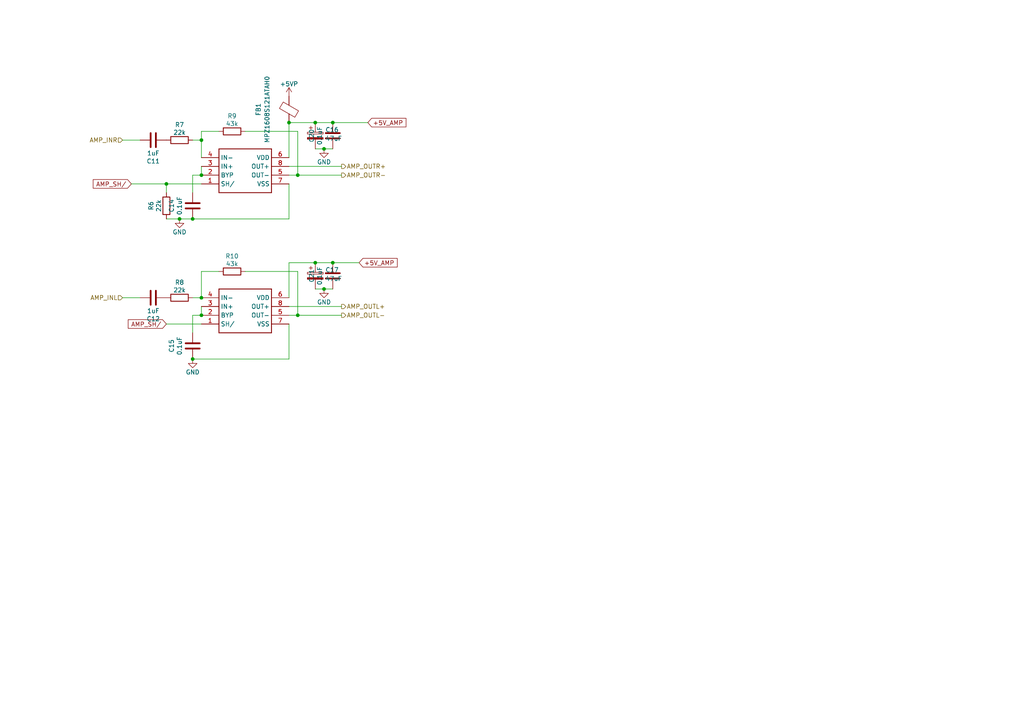
<source format=kicad_sch>
(kicad_sch (version 20211123) (generator eeschema)
  (paper "A4")
  (lib_symbols
    (symbol "Device:C" (pin_numbers hide) (pin_names (offset 0.254))
      (property "Reference" "C" (at 0.635 2.54 0))
      (property "Value" "C" (at 0.635 -2.54 0))
      (symbol "C_0_1"
        (polyline (pts (xy -2.032 -0.762) (xy 2.032 -0.762)) (stroke (width 0.508)))
        (polyline (pts (xy -2.032 0.762) (xy 2.032 0.762)) (stroke (width 0.508)))
      )
      (symbol "C_1_1"
        (pin passive line (at 0 3.81 270) (length 2.794) (name "~") (number "1"))
        (pin passive line (at 0 -3.81 90) (length 2.794) (name "~") (number "2"))
      )
    )
    (symbol "Device:C_Polarized" (pin_numbers hide) (pin_names (offset 0.254))
      (property "Reference" "C" (at 0.635 2.54 0))
      (property "Value" "C_Polarized" (at 0.635 -2.54 0))
      (symbol "C_Polarized_0_1"
        (rectangle (start -2.286 0.508) (end 2.286 1.016))
        (polyline (pts (xy -1.778 2.286) (xy -0.762 2.286)))
        (polyline (pts (xy -1.27 2.794) (xy -1.27 1.778)))
        (rectangle (start 2.286 -0.508) (end -2.286 -1.016) (fill (type outline)))
      )
      (symbol "C_Polarized_1_1"
        (pin passive line (at 0 3.81 270) (length 2.794) (name "~") (number "1"))
        (pin passive line (at 0 -3.81 90) (length 2.794) (name "~") (number "2"))
      )
    )
    (symbol "Device:FerriteBead" (pin_numbers hide) (pin_names (offset 0))
      (property "Reference" "FB" (at -3.81 0.635 90))
      (property "Value" "FerriteBead" (at 3.81 0 90))
      (symbol "FerriteBead_0_1"
        (polyline (pts (xy 0 -1.27) (xy 0 -1.2192)))
        (polyline (pts (xy 0 1.27) (xy 0 1.2954)))
        (polyline (pts (xy -2.7686 0.4064) (xy -1.7018 2.2606) (xy 2.7686 -0.3048) (xy 1.6764 -2.159) (xy -2.7686 0.4064)))
      )
      (symbol "FerriteBead_1_1"
        (pin passive line (at 0 3.81 270) (length 2.54) (name "~") (number "1"))
        (pin passive line (at 0 -3.81 90) (length 2.54) (name "~") (number "2"))
      )
    )
    (symbol "Device:R" (pin_numbers hide) (pin_names (offset 0))
      (property "Reference" "R" (at 2.032 0 90))
      (property "Value" "R" (at 0 0 90))
      (symbol "R_0_1"
        (rectangle (start -1.016 -2.54) (end 1.016 2.54) (stroke (width 0.254)))
      )
      (symbol "R_1_1"
        (pin passive line (at 0 3.81 270) (length 1.27) (name "~") (number "1"))
        (pin passive line (at 0 -3.81 90) (length 1.27) (name "~") (number "2"))
      )
    )
    (symbol "bela_cape-eagle-import:LM4876"
      (symbol "LM4876_1_0"
        (polyline (pts (xy -12.7 -7.62) (xy 2.54 -7.62)) (stroke (width 0.254)))
        (polyline (pts (xy -12.7 5.08) (xy -12.7 -7.62)) (stroke (width 0.254)))
        (polyline (pts (xy 2.54 -7.62) (xy 2.54 5.08)) (stroke (width 0.254)))
        (polyline (pts (xy 2.54 5.08) (xy -12.7 5.08)) (stroke (width 0.254)))
        (pin bidirectional line (at -17.78 -5.08 0) (length 5.08) (name "SH/") (number "1"))
        (pin bidirectional line (at -17.78 -2.54 0) (length 5.08) (name "BYP") (number "2"))
        (pin bidirectional line (at -17.78 0 0) (length 5.08) (name "IN+") (number "3"))
        (pin bidirectional line (at -17.78 2.54 0) (length 5.08) (name "IN-") (number "4"))
        (pin bidirectional line (at 7.62 -2.54 180) (length 5.08) (name "OUT-") (number "5"))
        (pin bidirectional line (at 7.62 2.54 180) (length 5.08) (name "VDD") (number "6"))
        (pin bidirectional line (at 7.62 -5.08 180) (length 5.08) (name "VSS") (number "7"))
        (pin bidirectional line (at 7.62 0 180) (length 5.08) (name "OUT+") (number "8"))
      )
    )
    (symbol "power:+5VP" (power) (pin_names (offset 0))
      (property "Value" "+5VP" (at 0 3.556 0))
      (symbol "+5VP_0_1"
        (polyline (pts (xy -0.762 1.27) (xy 0 2.54)))
        (polyline (pts (xy 0 0) (xy 0 2.54)))
        (polyline (pts (xy 0 2.54) (xy 0.762 1.27)))
      )
      (symbol "+5VP_1_1"
        (pin power_in line (at 0 0 90) (length 0) hide (name "+5VP") (number "1"))
      )
    )
    (symbol "power:GND" (power) (pin_names (offset 0))
      (property "Value" "GND" (at 0 -3.81 0))
      (symbol "GND_0_1"
        (polyline (pts (xy 0 0) (xy 0 -1.27) (xy 1.27 -1.27) (xy 0 -2.54) (xy -1.27 -1.27) (xy 0 -1.27)))
      )
      (symbol "GND_1_1"
        (pin power_in line (at 0 0 270) (length 0) hide (name "GND") (number "1"))
      )
    )
  )
  (junction (at 58.42 50.8))
  (junction (at 55.88 63.5))
  (junction (at 58.42 86.36))
  (junction (at 86.36 91.44))
  (junction (at 96.52 35.56))
  (junction (at 96.52 76.2))
  (junction (at 91.44 76.2))
  (junction (at 58.42 40.64))
  (junction (at 91.44 35.56))
  (junction (at 55.88 104.14))
  (junction (at 52.07 63.5))
  (junction (at 83.82 35.56))
  (junction (at 48.26 53.34))
  (junction (at 86.36 50.8))
  (junction (at 93.98 83.82))
  (junction (at 58.42 91.44))
  (junction (at 93.98 43.18))
  (wire (pts (xy 55.88 63.5) (xy 83.82 63.5)))
  (wire (pts (xy 58.42 40.64) (xy 58.42 38.1)))
  (wire (pts (xy 58.42 50.8) (xy 55.88 50.8)))
  (wire (pts (xy 58.42 48.26) (xy 58.42 50.8)))
  (wire (pts (xy 83.82 35.56) (xy 91.44 35.56)))
  (wire (pts (xy 58.42 78.74) (xy 63.5 78.74)))
  (wire (pts (xy 48.26 53.34) (xy 48.26 55.88)))
  (wire (pts (xy 83.82 104.14) (xy 83.82 93.98)))
  (wire (pts (xy 86.36 91.44) (xy 83.82 91.44)))
  (wire (pts (xy 91.44 43.18) (xy 93.98 43.18)))
  (wire (pts (xy 96.52 76.2) (xy 104.14 76.2)))
  (wire (pts (xy 83.82 45.72) (xy 83.82 35.56)))
  (wire (pts (xy 52.07 63.5) (xy 48.26 63.5)))
  (wire (pts (xy 48.26 53.34) (xy 58.42 53.34)))
  (wire (pts (xy 91.44 35.56) (xy 96.52 35.56)))
  (wire (pts (xy 93.98 43.18) (xy 96.52 43.18)))
  (wire (pts (xy 83.82 88.9) (xy 99.06 88.9)))
  (wire (pts (xy 58.42 88.9) (xy 58.42 91.44)))
  (wire (pts (xy 86.36 50.8) (xy 83.82 50.8)))
  (wire (pts (xy 96.52 35.56) (xy 106.68 35.56)))
  (wire (pts (xy 83.82 86.36) (xy 83.82 76.2)))
  (wire (pts (xy 86.36 50.8) (xy 99.06 50.8)))
  (wire (pts (xy 35.56 40.64) (xy 40.64 40.64)))
  (wire (pts (xy 58.42 91.44) (xy 55.88 91.44)))
  (wire (pts (xy 55.88 104.14) (xy 83.82 104.14)))
  (wire (pts (xy 58.42 38.1) (xy 63.5 38.1)))
  (wire (pts (xy 55.88 86.36) (xy 58.42 86.36)))
  (wire (pts (xy 83.82 63.5) (xy 83.82 53.34)))
  (wire (pts (xy 58.42 93.98) (xy 48.26 93.98)))
  (wire (pts (xy 71.12 38.1) (xy 86.36 38.1)))
  (wire (pts (xy 38.1 53.34) (xy 48.26 53.34)))
  (wire (pts (xy 55.88 91.44) (xy 55.88 96.52)))
  (wire (pts (xy 83.82 76.2) (xy 91.44 76.2)))
  (wire (pts (xy 86.36 91.44) (xy 99.06 91.44)))
  (wire (pts (xy 55.88 40.64) (xy 58.42 40.64)))
  (wire (pts (xy 86.36 38.1) (xy 86.36 50.8)))
  (wire (pts (xy 58.42 40.64) (xy 58.42 45.72)))
  (wire (pts (xy 86.36 78.74) (xy 86.36 91.44)))
  (wire (pts (xy 71.12 78.74) (xy 86.36 78.74)))
  (wire (pts (xy 83.82 48.26) (xy 99.06 48.26)))
  (wire (pts (xy 52.07 63.5) (xy 55.88 63.5)))
  (wire (pts (xy 55.88 50.8) (xy 55.88 55.88)))
  (wire (pts (xy 93.98 83.82) (xy 96.52 83.82)))
  (wire (pts (xy 91.44 83.82) (xy 93.98 83.82)))
  (wire (pts (xy 58.42 78.74) (xy 58.42 86.36)))
  (wire (pts (xy 91.44 76.2) (xy 96.52 76.2)))
  (wire (pts (xy 35.56 86.36) (xy 40.64 86.36)))
  (global_label "+5V_AMP" (shape input) (at 104.14 76.2 0) (property "Intersheet References" "${INTERSHEET_REFS}" (effects hide)))
  (global_label "AMP_SH{slash}" (shape input) (at 38.1 53.34 180) (property "Intersheet References" "${INTERSHEET_REFS}" (effects hide)))
  (global_label "+5V_AMP" (shape input) (at 106.68 35.56 0) (property "Intersheet References" "${INTERSHEET_REFS}" (effects hide)))
  (global_label "AMP_SH{slash}" (shape input) (at 48.26 93.98 180) (property "Intersheet References" "${INTERSHEET_REFS}" (effects hide)))
  (hierarchical_label "AMP_OUTL-" (shape output) (at 99.06 91.44 0))
  (hierarchical_label "AMP_INL" (shape input) (at 35.56 86.36 180))
  (hierarchical_label "AMP_OUTL+" (shape output) (at 99.06 88.9 0))
  (hierarchical_label "AMP_OUTR+" (shape output) (at 99.06 48.26 0))
  (hierarchical_label "AMP_OUTR-" (shape output) (at 99.06 50.8 0))
  (hierarchical_label "AMP_INR" (shape input) (at 35.56 40.64 180))
  (symbol (lib_id "Device:R") (at 67.31 78.74 270) (unit 1)
    (property "Reference" "R10" (at 67.31 74.295 90))
    (property "Value" "43k" (at 67.31 76.5326 90))
    (property "Footprint" "Resistor_SMD:R_0603_1608Metric" (effects hide))
  )
  (symbol (lib_id "bela_cape-eagle-import:LM4876") (at 76.2 88.9 0) (unit 1)
    (property "Reference" "IC5" (effects hide))
    (property "Value" "LM4876" (effects hide))
    (property "Footprint" "bela_cape:SO8" (effects hide))
  )
  (symbol (lib_id "power:GND") (at 55.88 104.14 0) (unit 1)
    (property "Reference" "#PWR027" (effects hide))
    (property "Value" "GND" (at 55.88 107.95 0))
  )
  (symbol (lib_id "power:+5VP") (at 83.82 27.94 0) (unit 1)
    (property "Reference" "#PWR0157" (effects hide))
    (property "Value" "+5VP" (at 83.82 24.3642 0))
  )
  (symbol (lib_id "Device:R") (at 52.07 40.64 270) (unit 1)
    (property "Reference" "R7" (at 52.07 36.195 90))
    (property "Value" "22k" (at 52.07 38.4326 90))
    (property "Footprint" "Resistor_SMD:R_0603_1608Metric" (effects hide))
  )
  (symbol (lib_id "bela_cape-eagle-import:LM4876") (at 76.2 48.26 0) (unit 1)
    (property "Reference" "IC4" (effects hide))
    (property "Value" "LM4876" (effects hide))
    (property "Footprint" "bela_cape:SO8" (effects hide))
  )
  (symbol (lib_id "Device:C") (at 55.88 59.69 180) (unit 1)
    (property "Reference" "C14" (at 49.7545 59.69 90))
    (property "Value" "0.1uF" (at 52.07 59.69 90))
    (property "Footprint" "Capacitor_SMD:C_0603_1608Metric" (effects hide))
  )
  (symbol (lib_id "Device:R") (at 48.26 59.69 0) (unit 1)
    (property "Reference" "R6" (at 43.815 59.69 90))
    (property "Value" "22k" (at 46.0526 59.69 90))
    (property "Footprint" "Resistor_SMD:R_0603_1608Metric" (effects hide))
  )
  (symbol (lib_id "power:GND") (at 93.98 83.82 0) (unit 1)
    (property "Reference" "#PWR030" (effects hide))
    (property "Value" "GND" (at 93.98 87.63 0))
  )
  (symbol (lib_id "Device:C") (at 96.52 80.01 180) (unit 1)
    (property "Reference" "C21" (at 90.3945 80.01 90))
    (property "Value" "0.1uF" (at 92.71 80.01 90))
    (property "Footprint" "Capacitor_SMD:C_0603_1608Metric" (effects hide))
  )
  (symbol (lib_id "power:GND") (at 52.07 63.5 0) (unit 1)
    (property "Reference" "#PWR025" (effects hide))
    (property "Value" "GND" (at 52.07 67.31 0))
  )
  (symbol (lib_id "power:GND") (at 93.98 43.18 0) (unit 1)
    (property "Reference" "#PWR029" (effects hide))
    (property "Value" "GND" (at 93.98 46.99 0))
  )
  (symbol (lib_id "Device:C") (at 55.88 100.33 180) (unit 1)
    (property "Reference" "C15" (at 49.7545 100.33 90))
    (property "Value" "0.1uF" (at 52.07 100.33 90))
    (property "Footprint" "Capacitor_SMD:C_0603_1608Metric" (effects hide))
  )
  (symbol (lib_id "Device:R") (at 52.07 86.36 270) (unit 1)
    (property "Reference" "R8" (at 52.07 81.915 90))
    (property "Value" "22k" (at 52.07 84.1526 90))
    (property "Footprint" "Resistor_SMD:R_0603_1608Metric" (effects hide))
  )
  (symbol (lib_id "Device:C_Polarized") (at 91.44 80.01 0) (unit 1)
    (property "Reference" "C17" (at 94.361 78.2863 0) (effects (justify left)))
    (property "Value" "47uF" (at 94.361 80.8232 0) (effects (justify left)))
    (property "Footprint" "Capacitor_SMD:C_1206_3216Metric" (effects hide))
  )
  (symbol (lib_id "Device:C") (at 96.52 39.37 180) (unit 1)
    (property "Reference" "C20" (at 90.3945 39.37 90))
    (property "Value" "0.1uF" (at 92.71 39.37 90))
    (property "Footprint" "Capacitor_SMD:C_0603_1608Metric" (effects hide))
  )
  (symbol (lib_id "Device:FerriteBead") (at 83.82 31.75 180) (unit 1)
    (property "Reference" "FB1" (at 74.93 31.75 90))
    (property "Value" "MPZ1608S121ATAH0" (at 77.47 31.75 90))
    (property "Footprint" "Inductor_SMD:L_0603_1608Metric" (effects hide))
  )
  (symbol (lib_id "Device:C") (at 44.45 40.64 270) (unit 1)
    (property "Reference" "C11" (at 44.45 46.7655 90))
    (property "Value" "1uF" (at 44.45 44.45 90))
    (property "Footprint" "Capacitor_SMD:C_0603_1608Metric" (effects hide))
  )
  (symbol (lib_id "Device:C_Polarized") (at 91.44 39.37 0) (unit 1)
    (property "Reference" "C16" (at 94.361 37.6463 0) (effects (justify left)))
    (property "Value" "47uF" (at 94.361 40.1832 0) (effects (justify left)))
    (property "Footprint" "Capacitor_SMD:C_1206_3216Metric" (effects hide))
  )
  (symbol (lib_id "Device:C") (at 44.45 86.36 270) (unit 1)
    (property "Reference" "C12" (at 44.45 92.4855 90))
    (property "Value" "1uF" (at 44.45 90.17 90))
    (property "Footprint" "Capacitor_SMD:C_0603_1608Metric" (effects hide))
  )
  (symbol (lib_id "Device:R") (at 67.31 38.1 270) (unit 1)
    (property "Reference" "R9" (at 67.31 33.655 90))
    (property "Value" "43k" (at 67.31 35.8926 90))
    (property "Footprint" "Resistor_SMD:R_0603_1608Metric" (effects hide))
  )
)
</source>
